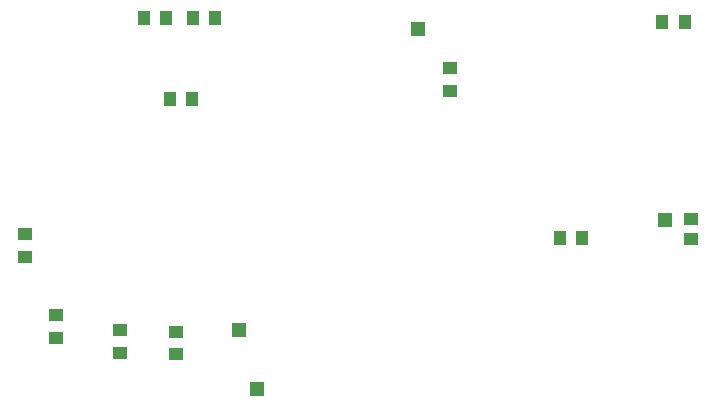
<source format=gbr>
G04 DipTrace 3.2.0.1*
G04 BottomPaste.gbr*
%MOMM*%
G04 #@! TF.FileFunction,Paste,Bot*
G04 #@! TF.Part,Single*
%ADD59R,1.25X1.0*%
%ADD63R,1.3X1.3*%
%ADD79R,1.3X1.1*%
%ADD81R,1.1X1.3*%
%FSLAX35Y35*%
G04*
G71*
G90*
G75*
G01*
G04 BotPaste*
%LPD*%
D81*
X-2523537Y1426740D3*
X-2333537D3*
D79*
X-350497Y999517D3*
Y809517D3*
X-2670860Y-1422480D3*
Y-1232480D3*
X-3144050Y-1411330D3*
Y-1221330D3*
D59*
X1696467Y-451117D3*
Y-281117D3*
D81*
X-2937330Y1427897D3*
X-2747330D3*
D79*
X-3947533Y-409320D3*
Y-599320D3*
X-3685913Y-1282887D3*
Y-1092887D3*
D81*
X-2717573Y733897D3*
X-2527573D3*
X1452090Y1386017D3*
X1642090D3*
X580287Y-438667D3*
X770287D3*
D63*
X-1980000Y-1714500D3*
X-620000Y1333500D3*
X1471663Y-290347D3*
X-2134090Y-1220810D3*
M02*

</source>
